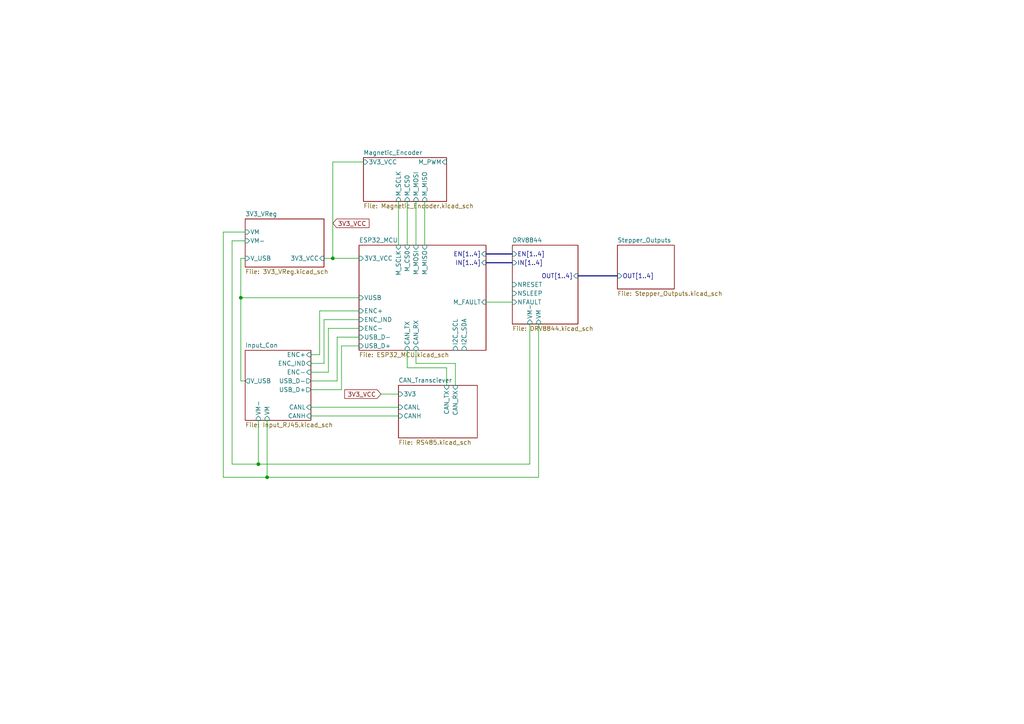
<source format=kicad_sch>
(kicad_sch
	(version 20231120)
	(generator "eeschema")
	(generator_version "8.0")
	(uuid "ab592993-dafc-411a-b466-8e8425f43767")
	(paper "A4")
	(lib_symbols)
	(junction
		(at 77.47 138.43)
		(diameter 0)
		(color 0 0 0 0)
		(uuid "2dbdf8c0-0474-4ad2-8d56-84ba3905a0d4")
	)
	(junction
		(at 69.85 86.36)
		(diameter 0)
		(color 0 0 0 0)
		(uuid "391a35e5-77ec-4622-a4b9-eec80f06c4b7")
	)
	(junction
		(at 96.52 74.93)
		(diameter 0)
		(color 0 0 0 0)
		(uuid "be65843f-c4c1-429d-bd19-075a3fc10091")
	)
	(junction
		(at 74.93 134.62)
		(diameter 0)
		(color 0 0 0 0)
		(uuid "c25271cd-6392-4d64-82e3-22b5c912c643")
	)
	(wire
		(pts
			(xy 104.14 97.79) (xy 97.79 97.79)
		)
		(stroke
			(width 0)
			(type default)
		)
		(uuid "06d522e6-e2c3-4907-a334-82d0f67c0fa5")
	)
	(wire
		(pts
			(xy 69.85 74.93) (xy 69.85 86.36)
		)
		(stroke
			(width 0)
			(type default)
		)
		(uuid "0721c6f8-ccd8-4739-aa55-c81b45f78f35")
	)
	(wire
		(pts
			(xy 129.54 106.68) (xy 129.54 111.76)
		)
		(stroke
			(width 0)
			(type default)
		)
		(uuid "07a63e12-417f-4b89-9a10-ec19440a05d8")
	)
	(wire
		(pts
			(xy 120.65 105.41) (xy 132.08 105.41)
		)
		(stroke
			(width 0)
			(type default)
		)
		(uuid "0a3c9737-2581-4f29-8124-a076238c19e4")
	)
	(wire
		(pts
			(xy 69.85 110.49) (xy 71.12 110.49)
		)
		(stroke
			(width 0)
			(type default)
		)
		(uuid "0c784d65-5389-40c1-82bd-9b5ce7f04b49")
	)
	(wire
		(pts
			(xy 97.79 97.79) (xy 97.79 110.49)
		)
		(stroke
			(width 0)
			(type default)
		)
		(uuid "1421805c-52d3-4acf-8b85-fd7da557fe86")
	)
	(wire
		(pts
			(xy 74.93 121.92) (xy 74.93 134.62)
		)
		(stroke
			(width 0)
			(type default)
		)
		(uuid "1802ecae-9b9c-4bd2-aa2c-336cf4dd5c5a")
	)
	(wire
		(pts
			(xy 104.14 86.36) (xy 69.85 86.36)
		)
		(stroke
			(width 0)
			(type default)
		)
		(uuid "27684601-f9f1-4285-ab41-bdf686f05a85")
	)
	(wire
		(pts
			(xy 104.14 74.93) (xy 96.52 74.93)
		)
		(stroke
			(width 0)
			(type default)
		)
		(uuid "27f05394-22ca-45de-b31f-5d46b66b15d6")
	)
	(wire
		(pts
			(xy 104.14 90.17) (xy 92.71 90.17)
		)
		(stroke
			(width 0)
			(type default)
		)
		(uuid "2a422ff5-0454-4343-8387-e6ed8af6aa4b")
	)
	(wire
		(pts
			(xy 64.77 67.31) (xy 64.77 138.43)
		)
		(stroke
			(width 0)
			(type default)
		)
		(uuid "2c57770e-74bb-4773-9ea3-312807d0ae49")
	)
	(wire
		(pts
			(xy 93.98 92.71) (xy 93.98 105.41)
		)
		(stroke
			(width 0)
			(type default)
		)
		(uuid "2e883a09-1664-4114-ab47-deb706737b81")
	)
	(wire
		(pts
			(xy 120.65 101.6) (xy 120.65 105.41)
		)
		(stroke
			(width 0)
			(type default)
		)
		(uuid "3195ad9e-909e-4f30-ab49-e757394ecc5f")
	)
	(bus
		(pts
			(xy 140.97 73.66) (xy 148.59 73.66)
		)
		(stroke
			(width 0)
			(type default)
		)
		(uuid "326f119c-1e9f-4288-bfeb-250fdda5428e")
	)
	(wire
		(pts
			(xy 95.25 107.95) (xy 90.17 107.95)
		)
		(stroke
			(width 0)
			(type default)
		)
		(uuid "3d1df7ac-73fe-4f3d-aad3-6f5d59d0a4bc")
	)
	(wire
		(pts
			(xy 118.11 101.6) (xy 118.11 106.68)
		)
		(stroke
			(width 0)
			(type default)
		)
		(uuid "498a67ad-bc07-440d-9049-673373ae238d")
	)
	(wire
		(pts
			(xy 140.97 87.63) (xy 148.59 87.63)
		)
		(stroke
			(width 0)
			(type default)
		)
		(uuid "4f588c07-8f66-4fa4-abc5-c7f6d9572645")
	)
	(wire
		(pts
			(xy 93.98 74.93) (xy 96.52 74.93)
		)
		(stroke
			(width 0)
			(type default)
		)
		(uuid "5af06905-1b39-4ae0-bbfc-b0144e415830")
	)
	(wire
		(pts
			(xy 123.19 58.42) (xy 123.19 71.12)
		)
		(stroke
			(width 0)
			(type default)
		)
		(uuid "5b6b99f4-5d1b-40c4-8d65-7db1735157b5")
	)
	(wire
		(pts
			(xy 92.71 90.17) (xy 92.71 102.87)
		)
		(stroke
			(width 0)
			(type default)
		)
		(uuid "5e865939-2d04-47ef-9b19-c2de56287947")
	)
	(wire
		(pts
			(xy 96.52 46.99) (xy 105.41 46.99)
		)
		(stroke
			(width 0)
			(type default)
		)
		(uuid "62ceaeb1-6554-4e77-aac4-22a5f7ba1bdc")
	)
	(wire
		(pts
			(xy 90.17 120.65) (xy 115.57 120.65)
		)
		(stroke
			(width 0)
			(type default)
		)
		(uuid "6767032b-5915-4962-9b77-e97ce5a82c1d")
	)
	(wire
		(pts
			(xy 99.06 100.33) (xy 99.06 113.03)
		)
		(stroke
			(width 0)
			(type default)
		)
		(uuid "6fc929dd-42df-4378-a62a-899fe5d6fdd1")
	)
	(wire
		(pts
			(xy 132.08 105.41) (xy 132.08 111.76)
		)
		(stroke
			(width 0)
			(type default)
		)
		(uuid "777a824e-250c-4b2a-9936-7c1c9656c310")
	)
	(wire
		(pts
			(xy 118.11 58.42) (xy 118.11 71.12)
		)
		(stroke
			(width 0)
			(type default)
		)
		(uuid "7a271bfc-bfa1-4dba-b552-cb6e13e4e845")
	)
	(wire
		(pts
			(xy 77.47 138.43) (xy 156.21 138.43)
		)
		(stroke
			(width 0)
			(type default)
		)
		(uuid "7b0f4ecd-d895-48d5-aa6b-3f4798bccff9")
	)
	(wire
		(pts
			(xy 92.71 102.87) (xy 90.17 102.87)
		)
		(stroke
			(width 0)
			(type default)
		)
		(uuid "7f63a0c4-2cab-45ab-9c4a-f330059db122")
	)
	(wire
		(pts
			(xy 115.57 58.42) (xy 115.57 71.12)
		)
		(stroke
			(width 0)
			(type default)
		)
		(uuid "804a64f5-213e-4142-b665-7f6730f6866a")
	)
	(bus
		(pts
			(xy 167.64 80.01) (xy 179.07 80.01)
		)
		(stroke
			(width 0)
			(type default)
		)
		(uuid "867c971c-2561-4ed4-a697-7cedb4fc6290")
	)
	(wire
		(pts
			(xy 104.14 100.33) (xy 99.06 100.33)
		)
		(stroke
			(width 0)
			(type default)
		)
		(uuid "86a604bc-0d7b-48da-bdab-6579b46422f3")
	)
	(wire
		(pts
			(xy 69.85 86.36) (xy 69.85 110.49)
		)
		(stroke
			(width 0)
			(type default)
		)
		(uuid "8b365eb9-07f6-4c1f-8f88-aad1289dae3c")
	)
	(wire
		(pts
			(xy 104.14 92.71) (xy 93.98 92.71)
		)
		(stroke
			(width 0)
			(type default)
		)
		(uuid "965c8a32-9e2e-4eae-a966-0ebb114f1b5d")
	)
	(wire
		(pts
			(xy 110.49 114.3) (xy 115.57 114.3)
		)
		(stroke
			(width 0)
			(type default)
		)
		(uuid "98c17dc2-5cfd-4504-920b-2f467df5169c")
	)
	(wire
		(pts
			(xy 97.79 110.49) (xy 90.17 110.49)
		)
		(stroke
			(width 0)
			(type default)
		)
		(uuid "a10ce9d8-b79d-4814-ba03-0d5ebac0bf75")
	)
	(wire
		(pts
			(xy 67.31 69.85) (xy 67.31 134.62)
		)
		(stroke
			(width 0)
			(type default)
		)
		(uuid "a4e5b0a5-a147-46cc-9c24-8bf8032fbc3a")
	)
	(bus
		(pts
			(xy 140.97 76.2) (xy 148.59 76.2)
		)
		(stroke
			(width 0)
			(type default)
		)
		(uuid "ab59b097-b146-482a-88cf-5c459ede6ea5")
	)
	(wire
		(pts
			(xy 118.11 106.68) (xy 129.54 106.68)
		)
		(stroke
			(width 0)
			(type default)
		)
		(uuid "ab9c8a8d-8f63-4415-a42a-0c47ac918e68")
	)
	(wire
		(pts
			(xy 96.52 46.99) (xy 96.52 74.93)
		)
		(stroke
			(width 0)
			(type default)
		)
		(uuid "adbf4baf-03e6-49c3-8bc0-1147f399cd2b")
	)
	(wire
		(pts
			(xy 90.17 118.11) (xy 115.57 118.11)
		)
		(stroke
			(width 0)
			(type default)
		)
		(uuid "b22968bf-12e9-441f-ab1b-157a2b4f974a")
	)
	(wire
		(pts
			(xy 104.14 95.25) (xy 95.25 95.25)
		)
		(stroke
			(width 0)
			(type default)
		)
		(uuid "b3eef9f8-9d36-4783-8da4-fc6085376c47")
	)
	(wire
		(pts
			(xy 153.67 134.62) (xy 153.67 93.98)
		)
		(stroke
			(width 0)
			(type default)
		)
		(uuid "b670ba66-6e81-41bd-9de5-0413364bcf94")
	)
	(wire
		(pts
			(xy 64.77 138.43) (xy 77.47 138.43)
		)
		(stroke
			(width 0)
			(type default)
		)
		(uuid "c1904aa6-2335-44a5-8cfd-4929eaafd69f")
	)
	(wire
		(pts
			(xy 95.25 95.25) (xy 95.25 107.95)
		)
		(stroke
			(width 0)
			(type default)
		)
		(uuid "d5ec19c1-6982-44d3-876c-201701bfff3a")
	)
	(wire
		(pts
			(xy 74.93 134.62) (xy 153.67 134.62)
		)
		(stroke
			(width 0)
			(type default)
		)
		(uuid "e00af5d0-b58b-4238-8866-d6f2fdecd79a")
	)
	(wire
		(pts
			(xy 77.47 121.92) (xy 77.47 138.43)
		)
		(stroke
			(width 0)
			(type default)
		)
		(uuid "e0e1346b-6b27-4d38-9fc8-ff7be2303966")
	)
	(wire
		(pts
			(xy 156.21 138.43) (xy 156.21 93.98)
		)
		(stroke
			(width 0)
			(type default)
		)
		(uuid "e4e814ce-2136-4331-8dd6-391617fb51c6")
	)
	(wire
		(pts
			(xy 99.06 113.03) (xy 90.17 113.03)
		)
		(stroke
			(width 0)
			(type default)
		)
		(uuid "e93d80ed-4441-4054-81ec-a2cde613b339")
	)
	(wire
		(pts
			(xy 93.98 105.41) (xy 90.17 105.41)
		)
		(stroke
			(width 0)
			(type default)
		)
		(uuid "ecc89f34-4ca0-484c-8ced-d831e69e7dca")
	)
	(wire
		(pts
			(xy 71.12 74.93) (xy 69.85 74.93)
		)
		(stroke
			(width 0)
			(type default)
		)
		(uuid "ee261595-9732-4818-a5b2-f79631fd7cbf")
	)
	(wire
		(pts
			(xy 120.65 58.42) (xy 120.65 71.12)
		)
		(stroke
			(width 0)
			(type default)
		)
		(uuid "f3cb3a2b-7c9c-47c0-8d04-ced7af9bb06e")
	)
	(wire
		(pts
			(xy 71.12 69.85) (xy 67.31 69.85)
		)
		(stroke
			(width 0)
			(type default)
		)
		(uuid "f6bdcb9a-0a27-41ec-bdb8-e7fded65336e")
	)
	(wire
		(pts
			(xy 67.31 134.62) (xy 74.93 134.62)
		)
		(stroke
			(width 0)
			(type default)
		)
		(uuid "f743e353-4fec-4a4f-84f3-2cfe5120ed86")
	)
	(wire
		(pts
			(xy 71.12 67.31) (xy 64.77 67.31)
		)
		(stroke
			(width 0)
			(type default)
		)
		(uuid "fe511bc3-83e8-4236-85b3-757dd4f25af5")
	)
	(global_label "3V3_VCC"
		(shape input)
		(at 96.52 64.77 0)
		(fields_autoplaced yes)
		(effects
			(font
				(size 1.27 1.27)
			)
			(justify left)
		)
		(uuid "7d75a034-5da0-4812-9dff-5c339651a922")
		(property "Intersheetrefs" "${INTERSHEET_REFS}"
			(at 107.609 64.77 0)
			(effects
				(font
					(size 1.27 1.27)
				)
				(justify left)
				(hide yes)
			)
		)
	)
	(global_label "3V3_VCC"
		(shape input)
		(at 110.49 114.3 180)
		(fields_autoplaced yes)
		(effects
			(font
				(size 1.27 1.27)
			)
			(justify right)
		)
		(uuid "b0118387-337b-4b3f-9d4e-15b6449a0951")
		(property "Intersheetrefs" "${INTERSHEET_REFS}"
			(at 99.401 114.3 0)
			(effects
				(font
					(size 1.27 1.27)
				)
				(justify right)
				(hide yes)
			)
		)
	)
	(sheet
		(at 71.12 101.6)
		(size 19.05 20.32)
		(fields_autoplaced yes)
		(stroke
			(width 0.1524)
			(type solid)
		)
		(fill
			(color 0 0 0 0.0000)
		)
		(uuid "1bafc6f7-07ea-452b-8b4f-66f8063c8934")
		(property "Sheetname" "Input_Con"
			(at 71.12 100.8884 0)
			(effects
				(font
					(size 1.27 1.27)
				)
				(justify left bottom)
			)
		)
		(property "Sheetfile" "Input_RJ45.kicad_sch"
			(at 71.12 122.5046 0)
			(effects
				(font
					(size 1.27 1.27)
				)
				(justify left top)
			)
		)
		(pin "VM" input
			(at 77.47 121.92 270)
			(effects
				(font
					(size 1.27 1.27)
				)
				(justify left)
			)
			(uuid "1140850a-3343-4b1e-8260-8d70f6306dd1")
		)
		(pin "VM-" input
			(at 74.93 121.92 270)
			(effects
				(font
					(size 1.27 1.27)
				)
				(justify left)
			)
			(uuid "0f9c25ac-4a2f-4e3e-808b-83bdd6294ea8")
		)
		(pin "CANL" input
			(at 90.17 118.11 0)
			(effects
				(font
					(size 1.27 1.27)
				)
				(justify right)
			)
			(uuid "3bb62567-73ab-4712-ac96-68bbae6809aa")
		)
		(pin "CANH" input
			(at 90.17 120.65 0)
			(effects
				(font
					(size 1.27 1.27)
				)
				(justify right)
			)
			(uuid "fcb1e379-073e-426c-bc30-6da3bf79af14")
		)
		(pin "V_USB" output
			(at 71.12 110.49 180)
			(effects
				(font
					(size 1.27 1.27)
				)
				(justify left)
			)
			(uuid "08bbca1a-441d-4266-addf-f322078d12ba")
		)
		(pin "USB_D+" output
			(at 90.17 113.03 0)
			(effects
				(font
					(size 1.27 1.27)
				)
				(justify right)
			)
			(uuid "14abaf0a-df1b-4f00-ae29-603af02b04da")
		)
		(pin "USB_D-" output
			(at 90.17 110.49 0)
			(effects
				(font
					(size 1.27 1.27)
				)
				(justify right)
			)
			(uuid "f955ded7-cb94-4f86-aa34-b0ad2b6fb792")
		)
		(pin "ENC-" input
			(at 90.17 107.95 0)
			(effects
				(font
					(size 1.27 1.27)
				)
				(justify right)
			)
			(uuid "e47d6458-9b13-40ef-bfb4-8b84450a6a9e")
		)
		(pin "ENC_IND" input
			(at 90.17 105.41 0)
			(effects
				(font
					(size 1.27 1.27)
				)
				(justify right)
			)
			(uuid "199597e1-5c13-4c56-9bba-2e02008faf07")
		)
		(pin "ENC+" input
			(at 90.17 102.87 0)
			(effects
				(font
					(size 1.27 1.27)
				)
				(justify right)
			)
			(uuid "eeace12a-0b65-4282-b61f-4947c6b61542")
		)
		(instances
			(project "IntegratedStepper"
				(path "/ab592993-dafc-411a-b466-8e8425f43767"
					(page "7")
				)
			)
		)
	)
	(sheet
		(at 179.07 71.12)
		(size 16.51 12.7)
		(fields_autoplaced yes)
		(stroke
			(width 0.1524)
			(type solid)
		)
		(fill
			(color 0 0 0 0.0000)
		)
		(uuid "43bbe4fd-5a99-4112-a855-d9b549a4340b")
		(property "Sheetname" "Stepper_Outputs"
			(at 179.07 70.4084 0)
			(effects
				(font
					(size 1.27 1.27)
				)
				(justify left bottom)
			)
		)
		(property "Sheetfile" "Stepper_Outputs.kicad_sch"
			(at 179.07 84.4046 0)
			(effects
				(font
					(size 1.27 1.27)
				)
				(justify left top)
			)
		)
		(pin "OUT[1..4]" input
			(at 179.07 80.01 180)
			(effects
				(font
					(size 1.27 1.27)
				)
				(justify left)
			)
			(uuid "2baa762a-6645-4ad1-a0c6-4c7c8c3b7ad3")
		)
		(instances
			(project "IntegratedStepper"
				(path "/ab592993-dafc-411a-b466-8e8425f43767"
					(page "8")
				)
			)
		)
	)
	(sheet
		(at 148.59 71.12)
		(size 19.05 22.86)
		(fields_autoplaced yes)
		(stroke
			(width 0.1524)
			(type solid)
		)
		(fill
			(color 0 0 0 0.0000)
		)
		(uuid "629c76d2-6f66-4ca5-9833-9cfbfc13e6ac")
		(property "Sheetname" "DRV8844"
			(at 148.59 70.4084 0)
			(effects
				(font
					(size 1.27 1.27)
				)
				(justify left bottom)
			)
		)
		(property "Sheetfile" "DRV8844.kicad_sch"
			(at 148.59 94.5646 0)
			(effects
				(font
					(size 1.27 1.27)
				)
				(justify left top)
			)
		)
		(pin "VM-" input
			(at 153.67 93.98 270)
			(effects
				(font
					(size 1.27 1.27)
				)
				(justify left)
			)
			(uuid "7f57cda8-0575-4df8-90ea-930a885d1e30")
		)
		(pin "VM" input
			(at 156.21 93.98 270)
			(effects
				(font
					(size 1.27 1.27)
				)
				(justify left)
			)
			(uuid "e58896e0-ce06-42e5-9112-ef92589b8875")
		)
		(pin "NFAULT" input
			(at 148.59 87.63 180)
			(effects
				(font
					(size 1.27 1.27)
				)
				(justify left)
			)
			(uuid "bf616cef-da56-4de6-834a-27a5c0d8cd3f")
		)
		(pin "NSLEEP" input
			(at 148.59 85.09 180)
			(effects
				(font
					(size 1.27 1.27)
				)
				(justify left)
			)
			(uuid "70eff78b-af0a-4e88-bc95-1bbd9565e3f3")
		)
		(pin "NRESET" input
			(at 148.59 82.55 180)
			(effects
				(font
					(size 1.27 1.27)
				)
				(justify left)
			)
			(uuid "f797a934-cdee-4184-b6a6-06ff4a1585b9")
		)
		(pin "EN[1..4]" input
			(at 148.59 73.66 180)
			(effects
				(font
					(size 1.27 1.27)
				)
				(justify left)
			)
			(uuid "1ed8d6d2-358e-40a3-bdaa-d87c08ba94a0")
		)
		(pin "IN[1..4]" input
			(at 148.59 76.2 180)
			(effects
				(font
					(size 1.27 1.27)
				)
				(justify left)
			)
			(uuid "03254f50-1928-4a65-8a6c-55cadd1a42a7")
		)
		(pin "OUT[1..4]" input
			(at 167.64 80.01 0)
			(effects
				(font
					(size 1.27 1.27)
				)
				(justify right)
			)
			(uuid "1439ccfd-3ed2-4194-94b2-d43a4d8a86d2")
		)
		(instances
			(project "IntegratedStepper"
				(path "/ab592993-dafc-411a-b466-8e8425f43767"
					(page "2")
				)
			)
		)
	)
	(sheet
		(at 105.41 45.72)
		(size 24.13 12.7)
		(fields_autoplaced yes)
		(stroke
			(width 0.1524)
			(type solid)
		)
		(fill
			(color 0 0 0 0.0000)
		)
		(uuid "6da1971f-08c3-4e21-a92d-fad67e956a56")
		(property "Sheetname" "Magnetic_Encoder"
			(at 105.41 45.0084 0)
			(effects
				(font
					(size 1.27 1.27)
				)
				(justify left bottom)
			)
		)
		(property "Sheetfile" "Magnetic_Encoder.kicad_sch"
			(at 105.41 59.0046 0)
			(effects
				(font
					(size 1.27 1.27)
				)
				(justify left top)
			)
		)
		(pin "M_PWM" input
			(at 129.54 46.99 0)
			(effects
				(font
					(size 1.27 1.27)
				)
				(justify right)
			)
			(uuid "cb976376-23bf-4f59-b379-724d5794e929")
		)
		(pin "3V3_VCC" input
			(at 105.41 46.99 180)
			(effects
				(font
					(size 1.27 1.27)
				)
				(justify left)
			)
			(uuid "0e0a678e-cc9b-4dc8-a0c2-d288d6cc8103")
		)
		(pin "M_MOSI" input
			(at 120.65 58.42 270)
			(effects
				(font
					(size 1.27 1.27)
				)
				(justify left)
			)
			(uuid "2275abed-0e2c-4ae3-84c4-842becda3c72")
		)
		(pin "M_SCLK" input
			(at 115.57 58.42 270)
			(effects
				(font
					(size 1.27 1.27)
				)
				(justify left)
			)
			(uuid "9c701a93-e837-4182-b5a3-1a43a5a8255c")
		)
		(pin "M_CS0" input
			(at 118.11 58.42 270)
			(effects
				(font
					(size 1.27 1.27)
				)
				(justify left)
			)
			(uuid "bf78e423-c414-455b-9ce7-754fa1025e32")
		)
		(pin "M_MISO" input
			(at 123.19 58.42 270)
			(effects
				(font
					(size 1.27 1.27)
				)
				(justify left)
			)
			(uuid "0009a698-8d3f-4190-83da-7d89427b7368")
		)
		(instances
			(project "IntegratedStepper"
				(path "/ab592993-dafc-411a-b466-8e8425f43767"
					(page "6")
				)
			)
		)
	)
	(sheet
		(at 104.14 71.12)
		(size 36.83 30.48)
		(fields_autoplaced yes)
		(stroke
			(width 0.1524)
			(type solid)
		)
		(fill
			(color 0 0 0 0.0000)
		)
		(uuid "b9563b8e-97b8-4046-b1ec-b1f0622bda15")
		(property "Sheetname" "ESP32_MCU"
			(at 104.14 70.4084 0)
			(effects
				(font
					(size 1.27 1.27)
				)
				(justify left bottom)
			)
		)
		(property "Sheetfile" "ESP32_MCU.kicad_sch"
			(at 104.14 102.1846 0)
			(effects
				(font
					(size 1.27 1.27)
				)
				(justify left top)
			)
		)
		(pin "I2C_SCL" input
			(at 132.08 101.6 270)
			(effects
				(font
					(size 1.27 1.27)
				)
				(justify left)
			)
			(uuid "5813e033-0d2e-4ea3-ad66-0896c64b89b1")
		)
		(pin "ENC+" input
			(at 104.14 90.17 180)
			(effects
				(font
					(size 1.27 1.27)
				)
				(justify left)
			)
			(uuid "e2e8b8ca-90b3-455a-a5af-91263b4485a3")
		)
		(pin "I2C_SDA" input
			(at 134.62 101.6 270)
			(effects
				(font
					(size 1.27 1.27)
				)
				(justify left)
			)
			(uuid "2ef1e141-2e86-4122-8693-a4e1352e4aab")
		)
		(pin "ENC-" input
			(at 104.14 95.25 180)
			(effects
				(font
					(size 1.27 1.27)
				)
				(justify left)
			)
			(uuid "a7d88ff7-6b78-4a9c-9964-194e34400162")
		)
		(pin "3V3_VCC" input
			(at 104.14 74.93 180)
			(effects
				(font
					(size 1.27 1.27)
				)
				(justify left)
			)
			(uuid "8d6f38d5-0827-44ed-a7a4-23fa0c7d94f2")
		)
		(pin "USB_D-" input
			(at 104.14 97.79 180)
			(effects
				(font
					(size 1.27 1.27)
				)
				(justify left)
			)
			(uuid "5ca00091-bbda-4dac-a2af-5fccd2e9b56a")
		)
		(pin "USB_D+" input
			(at 104.14 100.33 180)
			(effects
				(font
					(size 1.27 1.27)
				)
				(justify left)
			)
			(uuid "85bbcd51-190a-4fd1-8c21-f38bbab30cdc")
		)
		(pin "ENC_IND" input
			(at 104.14 92.71 180)
			(effects
				(font
					(size 1.27 1.27)
				)
				(justify left)
			)
			(uuid "fcb6350c-3a4f-4b72-9186-e4a1bcc82962")
		)
		(pin "IN[1..4]" input
			(at 140.97 76.2 0)
			(effects
				(font
					(size 1.27 1.27)
				)
				(justify right)
			)
			(uuid "d01a591b-a3d6-4fe6-8e7e-9fa579b765ec")
		)
		(pin "EN[1..4]" input
			(at 140.97 73.66 0)
			(effects
				(font
					(size 1.27 1.27)
				)
				(justify right)
			)
			(uuid "a64c3f44-0ff5-4910-af8c-fd7f8cc8fc57")
		)
		(pin "VUSB" input
			(at 104.14 86.36 180)
			(effects
				(font
					(size 1.27 1.27)
				)
				(justify left)
			)
			(uuid "564b3965-549e-4bbe-8216-3c3a031a9ed5")
		)
		(pin "M_CS0" input
			(at 118.11 71.12 90)
			(effects
				(font
					(size 1.27 1.27)
				)
				(justify right)
			)
			(uuid "aa765147-b872-4153-b092-bbca6ccf22fa")
		)
		(pin "M_MOSI" input
			(at 120.65 71.12 90)
			(effects
				(font
					(size 1.27 1.27)
				)
				(justify right)
			)
			(uuid "313b1e9a-00d5-4f07-8a4d-3554213ce90d")
		)
		(pin "M_MISO" input
			(at 123.19 71.12 90)
			(effects
				(font
					(size 1.27 1.27)
				)
				(justify right)
			)
			(uuid "5881a464-ab07-471c-a31a-ebd68409fe04")
		)
		(pin "M_SCLK" input
			(at 115.57 71.12 90)
			(effects
				(font
					(size 1.27 1.27)
				)
				(justify right)
			)
			(uuid "a0e4c198-d906-4c5e-9bb8-ab7892d02057")
		)
		(pin "CAN_TX" input
			(at 118.11 101.6 270)
			(effects
				(font
					(size 1.27 1.27)
				)
				(justify left)
			)
			(uuid "2ba52a86-e69f-4fc4-8d2a-d038fb326dd7")
		)
		(pin "CAN_RX" input
			(at 120.65 101.6 270)
			(effects
				(font
					(size 1.27 1.27)
				)
				(justify left)
			)
			(uuid "f1fb82a7-a50a-4f9f-91f0-884cf6360198")
		)
		(pin "M_FAULT" input
			(at 140.97 87.63 0)
			(effects
				(font
					(size 1.27 1.27)
				)
				(justify right)
			)
			(uuid "69a5d13b-e2c5-49bc-bd33-6b831785b255")
		)
		(instances
			(project "IntegratedStepper"
				(path "/ab592993-dafc-411a-b466-8e8425f43767"
					(page "3")
				)
			)
		)
	)
	(sheet
		(at 71.12 63.5)
		(size 22.86 13.97)
		(fields_autoplaced yes)
		(stroke
			(width 0.1524)
			(type solid)
		)
		(fill
			(color 0 0 0 0.0000)
		)
		(uuid "d5a65a76-d2a9-4a70-8b8b-adaaf9a3d4cb")
		(property "Sheetname" "3V3_VReg"
			(at 71.12 62.7884 0)
			(effects
				(font
					(size 1.27 1.27)
				)
				(justify left bottom)
			)
		)
		(property "Sheetfile" "3V3_VReg.kicad_sch"
			(at 71.12 78.0546 0)
			(effects
				(font
					(size 1.27 1.27)
				)
				(justify left top)
			)
		)
		(pin "3V3_VCC" input
			(at 93.98 74.93 0)
			(effects
				(font
					(size 1.27 1.27)
				)
				(justify right)
			)
			(uuid "102707f0-f2e2-430d-900a-281c14faa5f4")
		)
		(pin "V_USB" input
			(at 71.12 74.93 180)
			(effects
				(font
					(size 1.27 1.27)
				)
				(justify left)
			)
			(uuid "0ee6d0f0-ac1d-4d1f-a249-13b904d39892")
		)
		(pin "VM" input
			(at 71.12 67.31 180)
			(effects
				(font
					(size 1.27 1.27)
				)
				(justify left)
			)
			(uuid "1d6d3420-dfd1-40be-8674-c6e943fdba8f")
		)
		(pin "VM-" input
			(at 71.12 69.85 180)
			(effects
				(font
					(size 1.27 1.27)
				)
				(justify left)
			)
			(uuid "6fa9b801-aeed-45f9-95c6-deb8179320a0")
		)
		(instances
			(project "IntegratedStepper"
				(path "/ab592993-dafc-411a-b466-8e8425f43767"
					(page "4")
				)
			)
		)
	)
	(sheet
		(at 115.57 111.76)
		(size 22.86 15.24)
		(fields_autoplaced yes)
		(stroke
			(width 0.1524)
			(type solid)
		)
		(fill
			(color 0 0 0 0.0000)
		)
		(uuid "f6cdbece-6675-4a06-843f-4c3f5c22b49a")
		(property "Sheetname" "CAN_Transciever"
			(at 115.57 111.0484 0)
			(effects
				(font
					(size 1.27 1.27)
				)
				(justify left bottom)
			)
		)
		(property "Sheetfile" "RS485.kicad_sch"
			(at 115.57 127.5846 0)
			(effects
				(font
					(size 1.27 1.27)
				)
				(justify left top)
			)
		)
		(pin "3V3" input
			(at 115.57 114.3 180)
			(effects
				(font
					(size 1.27 1.27)
				)
				(justify left)
			)
			(uuid "e0ef17ff-88f2-4d08-bfe0-6bf306c3ca5a")
		)
		(pin "CANL" input
			(at 115.57 118.11 180)
			(effects
				(font
					(size 1.27 1.27)
				)
				(justify left)
			)
			(uuid "608a9a22-f84b-4b1e-be02-ff87d803989f")
		)
		(pin "CANH" input
			(at 115.57 120.65 180)
			(effects
				(font
					(size 1.27 1.27)
				)
				(justify left)
			)
			(uuid "1bca3b53-6fce-4a4c-a334-9931d4d8ccb3")
		)
		(pin "CAN_TX" input
			(at 129.54 111.76 90)
			(effects
				(font
					(size 1.27 1.27)
				)
				(justify right)
			)
			(uuid "55a15389-2559-4cca-9c3f-19d7f9af29ac")
		)
		(pin "CAN_RX" input
			(at 132.08 111.76 90)
			(effects
				(font
					(size 1.27 1.27)
				)
				(justify right)
			)
			(uuid "267f2282-8bbd-4a83-80a9-6f6726c4d3be")
		)
		(instances
			(project "IntegratedStepper"
				(path "/ab592993-dafc-411a-b466-8e8425f43767"
					(page "5")
				)
			)
		)
	)
	(sheet_instances
		(path "/"
			(page "1")
		)
	)
)
</source>
